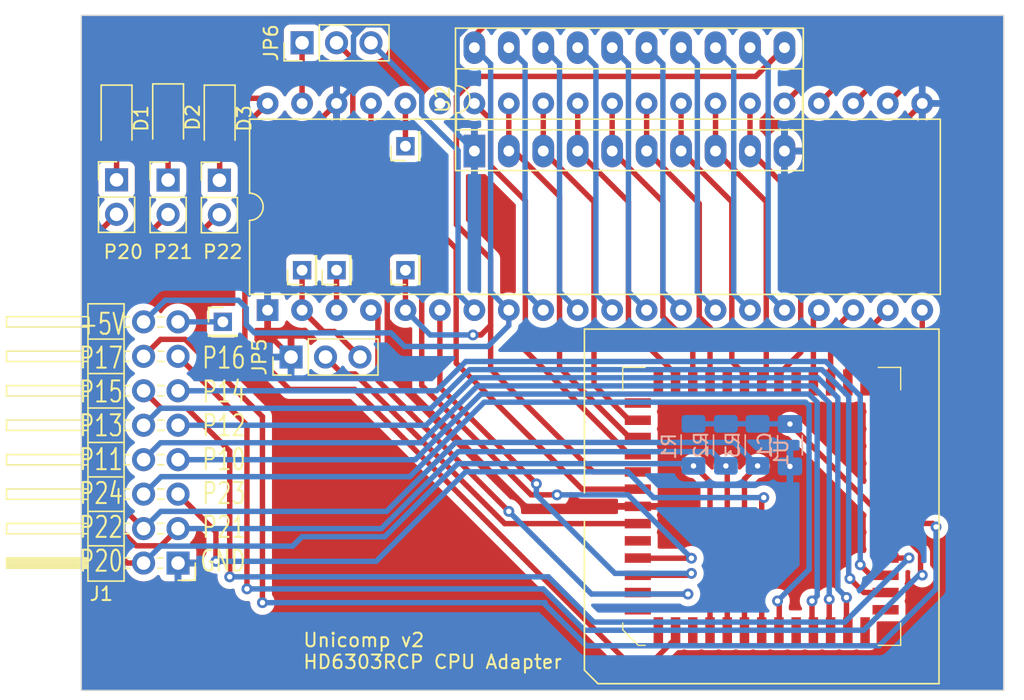
<source format=kicad_pcb>
(kicad_pcb (version 20221018) (generator pcbnew)
  (layers (0 "F.Cu" signal) (31 "B.Cu" signal) (34 "B.Paste" user) (35 "F.Paste" user) (36 "B.SilkS" user "B.Silkscreen") (37 "F.SilkS" user "F.Silkscreen") (38 "B.Mask" user) (39 "F.Mask" user) (44 "Edge.Cuts" user))
  (net 0 "")
  (net 1 "+5V")
  (net 2 "GND")
  (net 3 "/P20")
  (net 4 "/P21")
  (net 5 "/P22")
  (net 6 "/~{NMI}")
  (net 7 "/~{IRQ1}")
  (net 8 "/~{RST}")
  (net 9 "/P23")
  (net 10 "/P24")
  (net 11 "/P10")
  (net 12 "/P11")
  (net 13 "/P12")
  (net 14 "/P13")
  (net 15 "/P14")
  (net 16 "/P15")
  (net 17 "/P16")
  (net 18 "/P17")
  (net 19 "/A15")
  (net 20 "/A14")
  (net 21 "/A13")
  (net 22 "/A12")
  (net 23 "/A11")
  (net 24 "/A10")
  (net 25 "/A9")
  (net 26 "/A8")
  (net 27 "/D7")
  (net 28 "/D6")
  (net 29 "/D5")
  (net 30 "/D4")
  (net 31 "/D3")
  (net 32 "/D2")
  (net 33 "/D1")
  (net 34 "/D0")
  (net 35 "/R{slash}~{W}")
  (net 36 "/AS")
  (net 37 "/A0")
  (net 38 "/A1")
  (net 39 "/A2")
  (net 40 "/A3")
  (net 41 "/A4")
  (net 42 "/A5")
  (net 43 "/A6")
  (net 44 "/A7")
  (net 45 "/PHI2")
  (net 46 "/CPUCLK")
  (net 47 "+5C")
  (net 48 "Net-(J1-Pin_15)")
  (net 49 "Net-(D1-A)")
  (net 50 "Net-(D2-A)")
  (net 51 "Net-(D3-A)")
  (net 52 "Net-(J3-Pin_1)")
  (net 53 "Net-(J4-Pin_1)")
  (net 54 "/~{HALT}")
  (net 55 "Net-(JP5-C)")
  (net 56 "Net-(JP6-C)")
  (net 57 "/BA")
  (footprint "Connector_PinHeader_2.54mm:PinHeader_2x08_P2.54mm_Horizontal" (layer "F.Cu") (at 167.132 71.374 180)
    (fp_text reference "J1")
    (fp_text value "Conn_02x08_Odd_Even" hide)
  )
  (footprint "Connector_PinHeader_2.54mm:PinHeader_1x02_P2.54mm_Vertical" (layer "F.Cu") (at 170.18 43.154)
    (fp_text reference "JP3" hide)
    (fp_text value "Mode")
  )
  (footprint "Connector_PinHeader_2.54mm:PinHeader_1x02_P2.54mm_Vertical" (layer "F.Cu") (at 162.6 43.125)
    (fp_text reference "JP1" hide)
    (fp_text value "Mode")
  )
  (footprint "Connector_PinHeader_2.54mm:PinHeader_1x03_P2.54mm_Vertical" (layer "F.Cu") (at 175.4632 56.1848 90)
    (fp_text reference "JP5")
    (fp_text value "HALT/XTAL")
  )
  (footprint "Connector_PinHeader_2.00mm:PinHeader_1x01_P2.00mm_Vertical" (layer "F.Cu") (at 183.896 40.64 90)
    (fp_text reference "J4" hide)
    (fp_text value ".")
  )
  (footprint "Package_DIP:DIP-40_W15.24mm" (layer "F.Cu") (at 173.736 52.7304 90)
    (fp_text reference "U3" hide)
    (fp_text value "MC6802")
  )
  (footprint "Connector_PinHeader_2.54mm:PinHeader_1x02_P2.54mm_Vertical" (layer "F.Cu") (at 166.4 43.139)
    (fp_text reference "JP2" hide)
    (fp_text value "Mode")
  )
  (footprint "Connector_PinHeader_2.00mm:PinHeader_1x01_P2.00mm_Vertical" (layer "F.Cu") (at 170.434 53.594)
    (fp_text reference "J2" hide)
    (fp_text value ".")
  )
  (footprint "Connector_PinHeader_2.00mm:PinHeader_1x01_P2.00mm_Vertical" (layer "F.Cu") (at 176.276 49.784 90)
    (fp_text reference "J5" hide)
    (fp_text value ".")
  )
  (footprint "Connector_PinHeader_2.00mm:PinHeader_1x01_P2.00mm_Vertical" (layer "F.Cu") (at 183.896 49.784 90)
    (fp_text reference "J6" hide)
    (fp_text value ".")
  )
  (footprint "Diode_SMD:D_1206_3216Metric_Pad1.42x1.75mm_HandSolder" (layer "F.Cu") (at 166.4 38.5125 -90)
    (fp_text reference "D2")
    (fp_text value "1N4148")
  )
  (footprint "Connector_PinHeader_2.54mm:PinHeader_1x03_P2.54mm_Vertical" (layer "F.Cu") (at 176.276 33.02 90)
    (fp_text reference "JP6")
    (fp_text value "BA/EXTAL")
  )
  (footprint "Diode_SMD:D_1206_3216Metric_Pad1.42x1.75mm_HandSolder" (layer "F.Cu") (at 170.2 38.6 -90)
    (fp_text reference "D3")
    (fp_text value "1N4148")
  )
  (footprint "Package_DIP:DIP-20_W7.62mm_Socket_LongPads" (layer "F.Cu") (at 188.976 41 90)
    (fp_text reference "U2")
    (fp_text value "74LS573")
  )
  (footprint "Diode_SMD:D_1206_3216Metric_Pad1.42x1.75mm_HandSolder" (layer "F.Cu") (at 162.6 38.6 -90)
    (fp_text reference "D1")
    (fp_text value "1N4148")
  )
  (footprint "Connector_PinHeader_2.00mm:PinHeader_1x01_P2.00mm_Vertical" (layer "F.Cu") (at 178.816 49.784 90)
    (fp_text reference "J3" hide)
    (fp_text value ".")
  )
  (footprint "Package_LCC:PLCC-52_SMD-Socket" (layer "F.Cu") (at 210.1596 67.1969 90)
    (fp_text reference "U1")
    (fp_text value "HD6303RCP")
  )
  (footprint "Capacitor_SMD:C_1206_3216Metric_Pad1.33x1.80mm_HandSolder" (layer "B.Cu") (at 212.2424 62.6872 -90)
    (fp_text reference "C1")
    (fp_text value "100n")
  )
  (footprint "Resistor_SMD:R_1206_3216Metric_Pad1.30x1.75mm_HandSolder" (layer "B.Cu") (at 209.8548 62.6612 -90)
    (fp_text reference "R3")
    (fp_text value "22k")
  )
  (footprint "Resistor_SMD:R_1206_3216Metric_Pad1.30x1.75mm_HandSolder" (layer "B.Cu") (at 205.1304 62.662 -90)
    (fp_text reference "R1")
    (fp_text value "22k")
  )
  (footprint "Resistor_SMD:R_1206_3216Metric_Pad1.30x1.75mm_HandSolder" (layer "B.Cu") (at 207.518 62.6612 -90)
    (fp_text reference "R2")
    (fp_text value "22k")
  )
  (gr_rect (start 160 31) (end 228 80.762) (stroke (width 0.1)) (fill none) (layer "Edge.Cuts"))
  (gr_text "P16\nP14\nP12\nP10\nP23\nP21\nGND" (at 172.212 72.136) (layer "F.SilkS") (effects (font (size 1.55 1.1)) (justify right bottom)))
  (gr_text "P20 P21 P22" (at 161.544 49.022) (layer "F.SilkS") (effects (font (size 1 1)) (justify left bottom)))
  (gr_text "Unicomp v2\nHD6303RCP CPU Adapter" (at 176.276 79.248) (layer "F.SilkS") (effects (font (size 1 1)) (justify left bottom)))
  (gr_text "+5V\nP17\nP15\nP13\nP11\nP24\nP22\nP20" (at 159.766 72.136) (layer "F.SilkS") (effects (font (size 1.55 1.1)) (justify left bottom)))
  (segment (start 219.2921 67.1969) (end 218.314626 67.1969) (width 0.4) (layer "F.Cu") (net 1))
  (segment (start 226.06 35.052) (end 222.788 31.78) (width 0.4) (layer "F.Cu") (net 1))
  (segment (start 219.2921 67.1969) (end 221.3471 67.1969) (width 0.4) (layer "F.Cu") (net 1))
  (segment (start 188.976 32.512) (end 188.976 33.38) (width 0.4) (layer "F.Cu") (net 1))
  (segment (start 218.314626 67.1969) (end 212.242426 61.1247) (width 0.4) (layer "F.Cu") (net 1))
  (segment (start 221.3471 67.1969) (end 226.06 62.484) (width 0.4) (layer "F.Cu") (net 1))
  (segment (start 222.788 31.78) (end 189.708 31.78) (width 0.4) (layer "F.Cu") (net 1))
  (segment (start 189.708 31.78) (end 188.976 32.512) (width 0.4) (layer "F.Cu") (net 1))
  (segment (start 226.06 62.484) (end 226.06 35.052) (width 0.4) (layer "F.Cu") (net 1))
  (via (at 212.242426 61.1247) (size 0.8) (drill 0.4) (layers "F.Cu" "B.Cu") (net 1))
  (segment (start 172.1612 53.7972) (end 172.7708 54.4068) (width 0.4) (layer "B.Cu") (net 1))
  (segment (start 190.176 34.58) (end 188.976 33.38) (width 0.4) (layer "B.Cu") (net 1))
  (segment (start 189.96857 55.4092) (end 191.516 53.86177) (width 0.4) (layer "B.Cu") (net 1))
  (segment (start 191.516 53.86177) (end 191.516 52.7304) (width 0.4) (layer "B.Cu") (net 1))
  (segment (start 205.1304 61.112) (end 212.229726 61.112) (width 0.4) (layer "B.Cu") (net 1))
  (segment (start 172.7708 54.4068) (end 182.8292 54.4068) (width 0.4) (layer "B.Cu") (net 1))
  (segment (start 172.1612 52.578) (end 172.1612 53.7972) (width 0.4) (layer "B.Cu") (net 1))
  (segment (start 183.8316 55.4092) (end 189.96857 55.4092) (width 0.4) (layer "B.Cu") (net 1))
  (segment (start 171.5832 52) (end 172.1612 52.578) (width 0.4) (layer "B.Cu") (net 1))
  (segment (start 190.176 51.3904) (end 190.176 34.58) (width 0.4) (layer "B.Cu") (net 1))
  (segment (start 212.229726 61.112) (end 212.242426 61.1247) (width 0.4) (layer "B.Cu") (net 1))
  (segment (start 182.8292 54.4068) (end 183.8316 55.4092) (width 0.4) (layer "B.Cu") (net 1))
  (segment (start 164.592 53.594) (end 166.186 52) (width 0.4) (layer "B.Cu") (net 1))
  (segment (start 166.186 52) (end 171.5832 52) (width 0.4) (layer "B.Cu") (net 1))
  (segment (start 190.176 51.3904) (end 191.516 52.7304) (width 0.4) (layer "B.Cu") (net 1))
  (segment (start 175.2092 41.0972) (end 173.9392 42.3672) (width 0.4) (layer "F.Cu") (net 2))
  (segment (start 178.816 37.4904) (end 175.2092 41.0972) (width 0.4) (layer "F.Cu") (net 2))
  (segment (start 202.6019 67.1969) (end 203.6064 66.1924) (width 0.4) (layer "F.Cu") (net 2))
  (segment (start 211.836 41) (end 218.4864 41) (width 0.4) (layer "F.Cu") (net 2))
  (segment (start 192.6729 67.1969) (end 182.556 57.08) (width 0.4) (layer "F.Cu") (net 2))
  (segment (start 210.6291 62.6364) (end 212.2424 64.2497) (width 0.4) (layer "F.Cu") (net 2))
  (segment (start 203.6064 63.246) (end 204.216 62.6364) (width 0.4) (layer "F.Cu") (net 2))
  (segment (start 201.0271 67.1969) (end 202.6019 67.1969) (width 0.4) (layer "F.Cu") (net 2))
  (segment (start 204.216 62.6364) (end 210.6291 62.6364) (width 0.4) (layer "F.Cu") (net 2))
  (segment (start 203.6064 66.1924) (end 203.6064 63.246) (width 0.4) (layer "F.Cu") (net 2))
  (segment (start 182.556 57.08) (end 182.556 48.444) (width 0.4) (layer "F.Cu") (net 2))
  (segment (start 182.556 48.444) (end 175.2092 41.0972) (width 0.4) (layer "F.Cu") (net 2))
  (segment (start 173.736 42.5704) (end 173.736 52.7304) (width 0.4) (layer "F.Cu") (net 2))
  (segment (start 173.9392 42.3672) (end 173.736 42.5704) (width 0.4) (layer "F.Cu") (net 2))
  (segment (start 218.4864 41) (end 221.996 37.4904) (width 0.4) (layer "F.Cu") (net 2))
  (segment (start 173.736 52.7304) (end 173.736 54.4576) (width 0.4) (layer "F.Cu") (net 2))
  (segment (start 201.0271 67.1969) (end 192.6729 67.1969) (width 0.4) (layer "F.Cu") (net 2))
  (segment (start 173.736 54.4576) (end 175.4632 56.1848) (width 0.4) (layer "F.Cu") (net 2))
  (via (at 212.2424 64.2497) (size 0.8) (drill 0.4) (layers "F.Cu" "B.Cu") (net 2))
  (segment (start 217.9828 31.6992) (end 221.996 35.7124) (width 0.4) (layer "B.Cu") (net 2))
  (segment (start 180.066 32.542233) (end 180.066 36.2404) (width 0.4) (layer "B.Cu") (net 2))
  (segment (start 180.066 36.2404) (end 178.816 37.4904) (width 0.4) (layer "B.Cu") (net 2))
  (segment (start 180.909033 31.6992) (end 180.066 32.542233) (width 0.4) (layer "B.Cu") (net 2))
  (segment (start 188.559744 31.6992) (end 217.9828 31.6992) (width 0.4) (layer "B.Cu") (net 2))
  (segment (start 188.976 41) (end 187.706 39.73) (width 0.4) (layer "B.Cu") (net 2))
  (segment (start 188.559744 31.6992) (end 180.909033 31.6992) (width 0.4) (layer "B.Cu") (net 2))
  (segment (start 187.706 39.73) (end 187.706 32.552944) (width 0.4) (layer "B.Cu") (net 2))
  (segment (start 221.996 35.7124) (end 221.996 37.4904) (width 0.4) (layer "B.Cu") (net 2))
  (segment (start 187.706 32.552944) (end 188.559744 31.6992) (width 0.4) (layer "B.Cu") (net 2))
  (segment (start 206.3496 76.3294) (end 206.3496 65.3796) (width 0.4) (layer "F.Cu") (net 3))
  (segment (start 162.6 45.665) (end 161.614 46.651) (width 0.4) (layer "F.Cu") (net 3))
  (segment (start 161.614 46.651) (end 161.614 69.598081) (width 0.4) (layer "F.Cu") (net 3))
  (segment (start 161.614 69.598081) (end 163.389919 71.374) (width 0.4) (layer "F.Cu") (net 3))
  (segment (start 163.389919 71.374) (end 164.592 71.374) (width 0.4) (layer "F.Cu") (net 3))
  (segment (start 206.3496 65.3796) (end 205.182 64.212) (width 0.4) (layer "F.Cu") (net 3))
  (segment (start 205.182 64.212) (end 205.1304 64.212) (width 0.4) (layer "F.Cu") (net 3))
  (via (at 205.1304 64.212) (size 0.8) (drill 0.4) (layers "F.Cu" "B.Cu") (net 3))
  (segment (start 204.9653 64.0469) (end 205.1304 64.212) (width 0.4) (layer "B.Cu") (net 3))
  (segment (start 187.753628 64.0469) (end 204.9653 64.0469) (width 0.4) (layer "B.Cu") (net 3))
  (segment (start 182.366528 69.434) (end 187.753628 64.0469) (width 0.4) (layer "B.Cu") (net 3))
  (segment (start 176.270528 69.434) (end 182.366528 69.434) (width 0.4) (layer "B.Cu") (net 3))
  (segment (start 164.592 71.374) (end 165.842 70.124) (width 0.4) (layer "B.Cu") (net 3))
  (segment (start 165.842 70.124) (end 175.580528 70.124) (width 0.4) (layer "B.Cu") (net 3))
  (segment (start 175.580528 70.124) (end 176.270528 69.434) (width 0.4) (layer "B.Cu") (net 3))
  (segment (start 163.044616 69.094383) (end 164.054233 70.104) (width 0.4) (layer "F.Cu") (net 4))
  (segment (start 164.054233 70.104) (end 165.862 70.104) (width 0.4) (layer "F.Cu") (net 4))
  (segment (start 166.4 45.679) (end 162.214 49.865) (width 0.4) (layer "F.Cu") (net 4))
  (segment (start 207.6196 76.3294) (end 207.6196 64.3128) (width 0.4) (layer "F.Cu") (net 4))
  (segment (start 162.214 67.304528) (end 163.044616 68.135144) (width 0.4) (layer "F.Cu") (net 4))
  (segment (start 163.044616 68.135144) (end 163.044616 69.094383) (width 0.4) (layer "F.Cu") (net 4))
  (segment (start 162.214 49.865) (end 162.214 67.304528) (width 0.4) (layer "F.Cu") (net 4))
  (segment (start 165.862 70.104) (end 167.132 68.834) (width 0.4) (layer "F.Cu") (net 4))
  (segment (start 207.6196 64.3128) (end 207.518 64.2112) (width 0.4) (layer "F.Cu") (net 4))
  (via (at 207.518 64.2112) (size 0.8) (drill 0.4) (layers "F.Cu" "B.Cu") (net 4))
  (segment (start 206.4688 63.162) (end 207.518 64.2112) (width 0.4) (layer "B.Cu") (net 4))
  (segment (start 182.118 68.834) (end 187.79 63.162) (width 0.4) (layer "B.Cu") (net 4))
  (segment (start 167.132 68.834) (end 182.118 68.834) (width 0.4) (layer "B.Cu") (net 4))
  (segment (start 187.79 63.162) (end 206.4688 63.162) (width 0.4) (layer "B.Cu") (net 4))
  (segment (start 162.814 52.986) (end 170.106 45.694) (width 0.4) (layer "F.Cu") (net 5))
  (segment (start 208.8896 65.1764) (end 209.8548 64.2112) (width 0.4) (layer "F.Cu") (net 5))
  (segment (start 162.814 67.056) (end 162.814 52.986) (width 0.4) (layer "F.Cu") (net 5))
  (segment (start 208.8896 76.3294) (end 208.8896 65.1764) (width 0.4) (layer "F.Cu") (net 5))
  (segment (start 164.592 68.834) (end 162.814 67.056) (width 0.4) (layer "F.Cu") (net 5))
  (via (at 209.8548 64.2112) (size 0.8) (drill 0.4) (layers "F.Cu" "B.Cu") (net 5))
  (segment (start 164.592 68.834) (end 165.862 67.564) (width 0.4) (layer "B.Cu") (net 5))
  (segment (start 208.1276 62.484) (end 209.8548 64.2112) (width 0.4) (layer "B.Cu") (net 5))
  (segment (start 182.504584 67.564) (end 187.584584 62.484) (width 0.4) (layer "B.Cu") (net 5))
  (segment (start 165.862 67.564) (end 182.504584 67.564) (width 0.4) (layer "B.Cu") (net 5))
  (segment (start 187.584584 62.484) (end 208.1276 62.484) (width 0.4) (layer "B.Cu") (net 5))
  (segment (start 186.436 52.7304) (end 186.436 58.42) (width 0.4) (layer "F.Cu") (net 6))
  (segment (start 204.8371 72.2769) (end 201.0271 72.2769) (width 0.4) (layer "F.Cu") (net 6))
  (segment (start 186.436 58.42) (end 193.548 65.532) (width 0.4) (layer "F.Cu") (net 6))
  (segment (start 204.978 72.136) (end 204.8371 72.2769) (width 0.4) (layer "F.Cu") (net 6))
  (via (at 193.548 65.532) (size 0.8) (drill 0.4) (layers "F.Cu" "B.Cu") (net 6))
  (via (at 204.978 72.136) (size 0.8) (drill 0.4) (layers "F.Cu" "B.Cu") (net 6))
  (segment (start 199.3392 72.136) (end 193.548 66.3448) (width 0.4) (layer "B.Cu") (net 6))
  (segment (start 193.548 66.3448) (end 193.548 65.532) (width 0.4) (layer "B.Cu") (net 6))
  (segment (start 204.978 72.136) (end 199.3392 72.136) (width 0.4) (layer "B.Cu") (net 6))
  (segment (start 204.724 73.66) (end 201.1402 73.66) (width 0.4) (layer "F.Cu") (net 7))
  (segment (start 181.356 52.7304) (end 181.864 53.2384) (width 0.4) (layer "F.Cu") (net 7))
  (segment (start 201.1402 73.66) (end 201.0271 73.5469) (width 0.4) (layer "F.Cu") (net 7))
  (segment (start 181.864 57.912) (end 191.516 67.564) (width 0.4) (layer "F.Cu") (net 7))
  (segment (start 181.864 53.2384) (end 181.864 57.912) (width 0.4) (layer "F.Cu") (net 7))
  (via (at 191.516 67.564) (size 0.8) (drill 0.4) (layers "F.Cu" "B.Cu") (net 7))
  (via (at 204.724 73.66) (size 0.8) (drill 0.4) (layers "F.Cu" "B.Cu") (net 7))
  (segment (start 204.724 73.66) (end 197.612 73.66) (width 0.4) (layer "B.Cu") (net 7))
  (segment (start 197.612 73.66) (end 191.516 67.564) (width 0.4) (layer "B.Cu") (net 7))
  (segment (start 202.2515 78.5) (end 203.8096 76.9419) (width 0.4) (layer "F.Cu") (net 8))
  (segment (start 172.0596 39.1668) (end 172.0596 55.2812) (width 0.4) (layer "F.Cu") (net 8))
  (segment (start 170.2 37.1125) (end 173.3581 37.1125) (width 0.4) (layer "F.Cu") (net 8))
  (segment (start 175.3508 58.5724) (end 180.151872 58.5724) (width 0.4) (layer "F.Cu") (net 8))
  (segment (start 200.079472 78.5) (end 202.2515 78.5) (width 0.4) (layer "F.Cu") (net 8))
  (segment (start 173.736 37.4904) (end 172.0596 39.1668) (width 0.4) (layer "F.Cu") (net 8))
  (segment (start 162.6 37.1125) (end 170.2 37.1125) (width 0.4) (layer "F.Cu") (net 8))
  (segment (start 203.8096 76.9419) (end 203.8096 76.3294) (width 0.4) (layer "F.Cu") (net 8))
  (segment (start 180.151872 58.5724) (end 200.079472 78.5) (width 0.4) (layer "F.Cu") (net 8))
  (segment (start 172.0596 55.2812) (end 175.3508 58.5724) (width 0.4) (layer "F.Cu") (net 8))
  (segment (start 167.132 66.294) (end 169.926 69.088) (width 0.4) (layer "F.Cu") (net 9))
  (segment (start 210.1596 76.3294) (end 210.1596 66.7004) (width 0.4) (layer "F.Cu") (net 9))
  (segment (start 210.1596 66.7004) (end 210.312 66.548) (width 0.4) (layer "F.Cu") (net 9))
  (segment (start 169.926 69.088) (end 169.926 71.247) (width 0.4) (layer "F.Cu") (net 9))
  (via (at 210.312 66.548) (size 0.8) (drill 0.4) (layers "F.Cu" "B.Cu") (net 9))
  (via (at 169.926 71.247) (size 0.8) (drill 0.4) (layers "F.Cu" "B.Cu") (net 9))
  (segment (start 188.3371 64.6469) (end 186.680695 66.303305) (width 0.4) (layer "B.Cu") (net 9))
  (segment (start 200.2829 64.6469) (end 188.3371 64.6469) (width 0.4) (layer "B.Cu") (net 9))
  (segment (start 210.312 66.548) (end 202.184 66.548) (width 0.4) (layer "B.Cu") (net 9))
  (segment (start 202.184 66.548) (end 200.2829 64.6469) (width 0.4) (layer "B.Cu") (net 9))
  (segment (start 181.737 71.247) (end 186.680695 66.303305) (width 0.4) (layer "B.Cu") (net 9))
  (segment (start 169.926 71.247) (end 181.737 71.247) (width 0.4) (layer "B.Cu") (net 9))
  (segment (start 211.328 74.168) (end 211.455 74.295) (width 0.4) (layer "F.Cu") (net 10))
  (segment (start 211.455 74.295) (end 211.455 76.304) (width 0.4) (layer "F.Cu") (net 10))
  (segment (start 211.455 76.304) (end 211.4296 76.3294) (width 0.4) (layer "F.Cu") (net 10))
  (via (at 211.328 74.168) (size 0.8) (drill 0.4) (layers "F.Cu" "B.Cu") (net 10))
  (segment (start 213.649 59.771056) (end 213.649 71.847) (width 0.4) (layer "B.Cu") (net 10))
  (segment (start 213.392944 59.515) (end 213.649 59.771056) (width 0.4) (layer "B.Cu") (net 10))
  (segment (start 213.649 71.847) (end 211.328 74.168) (width 0.4) (layer "B.Cu") (net 10))
  (segment (start 189.705056 59.515) (end 213.392944 59.515) (width 0.4) (layer "B.Cu") (net 10))
  (segment (start 165.882 65.004) (end 184.216056 65.004) (width 0.4) (layer "B.Cu") (net 10))
  (segment (start 164.592 66.294) (end 165.882 65.004) (width 0.4) (layer "B.Cu") (net 10))
  (segment (start 184.216056 65.004) (end 189.705056 59.515) (width 0.4) (layer "B.Cu") (net 10))
  (segment (start 213.868 76.2278) (end 213.9696 76.3294) (width 0.4) (layer "F.Cu") (net 11))
  (segment (start 213.868 74.168) (end 213.868 76.2278) (width 0.4) (layer "F.Cu") (net 11))
  (via (at 213.868 74.168) (size 0.8) (drill 0.4) (layers "F.Cu" "B.Cu") (net 11))
  (segment (start 213.641472 58.915) (end 214.249 59.522528) (width 0.4) (layer "B.Cu") (net 11))
  (segment (start 214.249 73.787) (end 213.868 74.168) (width 0.4) (layer "B.Cu") (net 11))
  (segment (start 167.132 63.754) (end 184.617528 63.754) (width 0.4) (layer "B.Cu") (net 11))
  (segment (start 189.456528 58.915) (end 213.641472 58.915) (width 0.4) (layer "B.Cu") (net 11))
  (segment (start 184.617528 63.754) (end 189.456528 58.915) (width 0.4) (layer "B.Cu") (net 11))
  (segment (start 214.249 59.522528) (end 214.249 73.787) (width 0.4) (layer "B.Cu") (net 11))
  (segment (start 215.138 74.041) (end 215.138 76.2278) (width 0.4) (layer "F.Cu") (net 12))
  (segment (start 215.138 76.2278) (end 215.2396 76.3294) (width 0.4) (layer "F.Cu") (net 12))
  (via (at 215.138 74.041) (size 0.8) (drill 0.4) (layers "F.Cu" "B.Cu") (net 12))
  (segment (start 164.592 63.754) (end 165.842 62.504) (width 0.4) (layer "B.Cu") (net 12))
  (segment (start 213.89 58.315) (end 215.138 59.563) (width 0.4) (layer "B.Cu") (net 12))
  (segment (start 185.019 62.504) (end 189.208 58.315) (width 0.4) (layer "B.Cu") (net 12))
  (segment (start 215.138 59.563) (end 215.138 74.041) (width 0.4) (layer "B.Cu") (net 12))
  (segment (start 189.208 58.315) (end 213.89 58.315) (width 0.4) (layer "B.Cu") (net 12))
  (segment (start 165.842 62.504) (end 185.019 62.504) (width 0.4) (layer "B.Cu") (net 12))
  (segment (start 216.408 76.2278) (end 216.5096 76.3294) (width 0.4) (layer "F.Cu") (net 13))
  (segment (start 216.408 73.914) (end 216.408 76.2278) (width 0.4) (layer "F.Cu") (net 13))
  (via (at 216.408 73.914) (size 0.8) (drill 0.4) (layers "F.Cu" "B.Cu") (net 13))
  (segment (start 215.773 73.279) (end 216.408 73.914) (width 0.4) (layer "B.Cu") (net 13))
  (segment (start 185.42 61.214) (end 188.919 57.715) (width 0.4) (layer "B.Cu") (net 13))
  (segment (start 214.306 57.715) (end 215.773 59.182) (width 0.4) (layer "B.Cu") (net 13))
  (segment (start 215.773 59.182) (end 215.773 73.279) (width 0.4) (layer "B.Cu") (net 13))
  (segment (start 167.132 61.214) (end 185.42 61.214) (width 0.4) (layer "B.Cu") (net 13))
  (segment (start 188.919 57.715) (end 214.306 57.715) (width 0.4) (layer "B.Cu") (net 13))
  (segment (start 216.662 72.517) (end 217.6919 73.5469) (width 0.4) (layer "F.Cu") (net 14))
  (segment (start 217.6919 73.5469) (end 219.2921 73.5469) (width 0.4) (layer "F.Cu") (net 14))
  (via (at 216.662 72.517) (size 0.8) (drill 0.4) (layers "F.Cu" "B.Cu") (net 14))
  (segment (start 216.574 59.094) (end 216.574 72.429) (width 0.4) (layer "B.Cu") (net 14))
  (segment (start 216.574 72.429) (end 216.662 72.517) (width 0.4) (layer "B.Cu") (net 14))
  (segment (start 165.842 59.964) (end 185.781 59.964) (width 0.4) (layer "B.Cu") (net 14))
  (segment (start 214.595 57.115) (end 216.574 59.094) (width 0.4) (layer "B.Cu") (net 14))
  (segment (start 188.63 57.115) (end 214.595 57.115) (width 0.4) (layer "B.Cu") (net 14))
  (segment (start 164.592 61.214) (end 165.842 59.964) (width 0.4) (layer "B.Cu") (net 14))
  (segment (start 185.781 59.964) (end 188.63 57.115) (width 0.4) (layer "B.Cu") (net 14))
  (segment (start 217.424 71.501) (end 218.1999 72.2769) (width 0.4) (layer "F.Cu") (net 15))
  (segment (start 218.1999 72.2769) (end 219.2921 72.2769) (width 0.4) (layer "F.Cu") (net 15))
  (via (at 217.424 71.501) (size 0.8) (drill 0.4) (layers "F.Cu" "B.Cu") (net 15))
  (segment (start 186.182 58.674) (end 188.341 56.515) (width 0.4) (layer "B.Cu") (net 15))
  (segment (start 188.341 56.515) (end 214.884 56.515) (width 0.4) (layer "B.Cu") (net 15))
  (segment (start 214.884 56.515) (end 217.424 59.055) (width 0.4) (layer "B.Cu") (net 15))
  (segment (start 217.424 59.055) (end 217.424 71.501) (width 0.4) (layer "B.Cu") (net 15))
  (segment (start 167.132 58.674) (end 186.182 58.674) (width 0.4) (layer "B.Cu") (net 15))
  (segment (start 219.2921 71.0069) (end 221.0051 71.0069) (width 0.4) (layer "F.Cu") (net 16))
  (segment (start 164.592 58.674) (end 165.882 59.964) (width 0.4) (layer "F.Cu") (net 16))
  (segment (start 165.882 59.964) (end 167.787 59.964) (width 0.4) (layer "F.Cu") (net 16))
  (segment (start 221.0051 71.0069) (end 221.019 70.993) (width 0.4) (layer "F.Cu") (net 16))
  (segment (start 170.942 63.119) (end 170.942 72.39) (width 0.4) (layer "F.Cu") (net 16))
  (segment (start 167.787 59.964) (end 170.942 63.119) (width 0.4) (layer "F.Cu") (net 16))
  (via (at 170.942 72.39) (size 0.8) (drill 0.4) (layers "F.Cu" "B.Cu") (net 16))
  (via (at 221.019 70.993) (size 0.8) (drill 0.4) (layers "F.Cu" "B.Cu") (net 16))
  (segment (start 170.942 72.39) (end 194.437 72.39) (width 0.4) (layer "B.Cu") (net 16))
  (segment (start 194.437 72.39) (end 197.774 75.727) (width 0.4) (layer "B.Cu") (net 16))
  (segment (start 216.285 75.727) (end 221.019 70.993) (width 0.4) (layer "B.Cu") (net 16))
  (segment (start 197.774 75.727) (end 216.285 75.727) (width 0.4) (layer "B.Cu") (net 16))
  (segment (start 219.2921 69.7369) (end 220.9939 69.7369) (width 0.4) (layer "F.Cu") (net 17))
  (segment (start 172.212 73.279) (end 172.212 61.214) (width 0.4) (layer "F.Cu") (net 17))
  (segment (start 172.212 61.214) (end 167.132 56.134) (width 0.4) (layer "F.Cu") (net 17))
  (segment (start 220.9939 69.7369) (end 221.869 70.612) (width 0.4) (layer "F.Cu") (net 17))
  (segment (start 221.869 70.612) (end 221.869 72.136) (width 0.4) (layer "F.Cu") (net 17))
  (segment (start 221.869 72.136) (end 221.996 72.263) (width 0.4) (layer "F.Cu") (net 17))
  (via (at 172.212 73.279) (size 0.8) (drill 0.4) (layers "F.Cu" "B.Cu") (net 17))
  (via (at 221.996 72.263) (size 0.8) (drill 0.4) (layers "F.Cu" "B.Cu") (net 17))
  (segment (start 194.056 73.279) (end 172.212 73.279) (width 0.4) (layer "B.Cu") (net 17))
  (segment (start 217.678 76.327) (end 197.104 76.327) (width 0.4) (layer "B.Cu") (net 17))
  (segment (start 221.996 72.263) (end 221.742 72.263) (width 0.4) (layer "B.Cu") (net 17))
  (segment (start 197.104 76.327) (end 194.056 73.279) (width 0.4) (layer "B.Cu") (net 17))
  (segment (start 221.742 72.263) (end 217.678 76.327) (width 0.4) (layer "B.Cu") (net 17))
  (segment (start 167.66 54.884) (end 173.355 60.579) (width 0.4) (layer "F.Cu") (net 18))
  (segment (start 223.012 68.707) (end 222.758 68.453) (width 0.4) (layer "F.Cu") (net 18))
  (segment (start 165.842 54.884) (end 167.66 54.884) (width 0.4) (layer "F.Cu") (net 18))
  (segment (start 173.355 60.579) (end 173.355 74.295) (width 0.4) (layer "F.Cu") (net 18))
  (segment (start 164.592 56.134) (end 165.842 54.884) (width 0.4) (layer "F.Cu") (net 18))
  (segment (start 219.306 68.453) (end 219.2921 68.4669) (width 0.4) (layer "F.Cu") (net 18))
  (segment (start 222.758 68.453) (end 219.306 68.453) (width 0.4) (layer "F.Cu") (net 18))
  (via (at 223.012 68.707) (size 0.8) (drill 0.4) (layers "F.Cu" "B.Cu") (net 18))
  (via (at 173.355 74.295) (size 0.8) (drill 0.4) (layers "F.Cu" "B.Cu") (net 18))
  (segment (start 223.012 73.279) (end 223.012 68.707) (width 0.4) (layer "B.Cu") (net 18))
  (segment (start 194.183 74.422) (end 197.231 77.47) (width 0.4) (layer "B.Cu") (net 18))
  (segment (start 173.355 74.295) (end 194.183 74.295) (width 0.4) (layer "B.Cu") (net 18))
  (segment (start 194.183 74.295) (end 194.183 74.422) (width 0.4) (layer "B.Cu") (net 18))
  (segment (start 197.231 77.47) (end 218.821 77.47) (width 0.4) (layer "B.Cu") (net 18))
  (segment (start 218.821 77.47) (end 223.012 73.279) (width 0.4) (layer "B.Cu") (net 18))
  (segment (start 219.2921 65.9269) (end 221.2455 65.9269) (width 0.4) (layer "F.Cu") (net 19))
  (segment (start 215.2396 34.0868) (end 211.836 37.4904) (width 0.4) (layer "F.Cu") (net 19))
  (segment (start 225.3996 35.6108) (end 223.8756 34.0868) (width 0.4) (layer "F.Cu") (net 19))
  (segment (start 221.2455 65.9269) (end 225.3996 61.7728) (width 0.4) (layer "F.Cu") (net 19))
  (segment (start 223.8756 34.0868) (end 215.2396 34.0868) (width 0.4) (layer "F.Cu") (net 19))
  (segment (start 225.3996 61.7728) (end 225.3996 35.6108) (width 0.4) (layer "F.Cu") (net 19))
  (segment (start 221.3471 64.6569) (end 224.72 61.284) (width 0.4) (layer "F.Cu") (net 20))
  (segment (start 219.2921 64.6569) (end 221.3471 64.6569) (width 0.4) (layer "F.Cu") (net 20))
  (segment (start 224.72 61.284) (end 224.72 35.8964) (width 0.4) (layer "F.Cu") (net 20))
  (segment (start 224.72 35.8964) (end 223.52 34.6964) (width 0.4) (layer "F.Cu") (net 20))
  (segment (start 217.17 34.6964) (end 214.376 37.4904) (width 0.4) (layer "F.Cu") (net 20))
  (segment (start 223.52 34.6964) (end 217.17 34.6964) (width 0.4) (layer "F.Cu") (net 20))
  (segment (start 216.916 37.4904) (end 219.0496 35.3568) (width 0.4) (layer "F.Cu") (net 21))
  (segment (start 224.12 36.429072) (end 224.12 60.3092) (width 0.4) (layer "F.Cu") (net 21))
  (segment (start 219.0496 35.3568) (end 223.047728 35.3568) (width 0.4) (layer "F.Cu") (net 21))
  (segment (start 224.12 60.3092) (end 221.0423 63.3869) (width 0.4) (layer "F.Cu") (net 21))
  (segment (start 221.0423 63.3869) (end 219.2921 63.3869) (width 0.4) (layer "F.Cu") (net 21))
  (segment (start 223.047728 35.3568) (end 224.12 36.429072) (width 0.4) (layer "F.Cu") (net 21))
  (segment (start 219.2921 62.1169) (end 220.9915 62.1169) (width 0.4) (layer "F.Cu") (net 22))
  (segment (start 223.52 59.5884) (end 223.52 36.6776) (width 0.4) (layer "F.Cu") (net 22))
  (segment (start 222.7992 35.9568) (end 220.9896 35.9568) (width 0.4) (layer "F.Cu") (net 22))
  (segment (start 223.52 36.6776) (end 222.7992 35.9568) (width 0.4) (layer "F.Cu") (net 22))
  (segment (start 220.9896 35.9568) (end 219.456 37.4904) (width 0.4) (layer "F.Cu") (net 22))
  (segment (start 220.9915 62.1169) (end 223.52 59.5884) (width 0.4) (layer "F.Cu") (net 22))
  (segment (start 221.0423 60.8469) (end 221.996 59.8932) (width 0.4) (layer "F.Cu") (net 23))
  (segment (start 219.2921 60.8469) (end 221.0423 60.8469) (width 0.4) (layer "F.Cu") (net 23))
  (segment (start 221.996 59.8932) (end 221.996 52.7304) (width 0.4) (layer "F.Cu") (net 23))
  (segment (start 216.5096 55.6768) (end 219.456 52.7304) (width 0.4) (layer "F.Cu") (net 24))
  (segment (start 216.5096 58.0644) (end 216.5096 55.6768) (width 0.4) (layer "F.Cu") (net 24))
  (segment (start 215.2396 54.4068) (end 216.916 52.7304) (width 0.4) (layer "F.Cu") (net 25))
  (segment (start 215.2396 58.0644) (end 215.2396 54.4068) (width 0.4) (layer "F.Cu") (net 25))
  (segment (start 213.9696 58.0644) (end 213.9696 53.1368) (width 0.4) (layer "F.Cu") (net 26))
  (segment (start 213.9696 53.1368) (end 214.376 52.7304) (width 0.4) (layer "F.Cu") (net 26))
  (segment (start 211.4296 58.0644) (end 211.4296 57.4519) (width 0.4) (layer "F.Cu") (net 27))
  (segment (start 213.036 55.8455) (end 213.036 44.74) (width 0.4) (layer "F.Cu") (net 27))
  (segment (start 213.036 44.74) (end 209.296 41) (width 0.4) (layer "F.Cu") (net 27))
  (segment (start 209.296 37.4904) (end 209.296 41) (width 0.4) (layer "F.Cu") (net 27))
  (segment (start 211.4296 57.4519) (end 213.036 55.8455) (width 0.4) (layer "F.Cu") (net 27))
  (segment (start 210.496 44.74) (end 206.756 41) (width 0.4) (layer "F.Cu") (net 28))
  (segment (start 206.756 37.4904) (end 206.756 41) (width 0.4) (layer "F.Cu") (net 28))
  (segment (start 210.1596 58.0644) (end 210.496 57.728) (width 0.4) (layer "F.Cu") (net 28))
  (segment (start 210.496 57.728) (end 210.496 44.74) (width 0.4) (layer "F.Cu") (net 28))
  (segment (start 207.956 56.5183) (end 207.956 44.74) (width 0.4) (layer "F.Cu") (net 29))
  (segment (start 204.216 37.4904) (end 204.216 41) (width 0.4) (layer "F.Cu") (net 29))
  (segment (start 208.8896 58.0644) (end 208.8896 57.4519) (width 0.4) (layer "F.Cu") (net 29))
  (segment (start 207.956 44.74) (end 204.216 41) (width 0.4) (layer "F.Cu") (net 29))
  (segment (start 208.8896 57.4519) (end 207.956 56.5183) (width 0.4) (layer "F.Cu") (net 29))
  (segment (start 206.3496 54.021057) (end 205.556 53.227457) (width 0.4) (layer "F.Cu") (net 30))
  (segment (start 201.676 37.4904) (end 201.676 41) (width 0.4) (layer "F.Cu") (net 30))
  (segment (start 205.556 53.227457) (end 205.556 44.88) (width 0.4) (layer "F.Cu") (net 30))
  (segment (start 206.3496 58.0644) (end 206.3496 54.021057) (width 0.4) (layer "F.Cu") (net 30))
  (segment (start 205.556 44.88) (end 201.676 41) (width 0.4) (layer "F.Cu") (net 30))
  (segment (start 205.0796 58.0644) (end 205.0796 55.4228) (width 0.4) (layer "F.Cu") (net 31))
  (segment (start 202.876 44.74) (end 199.136 41) (width 0.4) (layer "F.Cu") (net 31))
  (segment (start 205.0796 55.4228) (end 202.876 53.2192) (width 0.4) (layer "F.Cu") (net 31))
  (segment (start 199.136 37.4904) (end 199.136 41) (width 0.4) (layer "F.Cu") (net 31))
  (segment (start 202.876 53.2192) (end 202.876 44.74) (width 0.4) (layer "F.Cu") (net 31))
  (segment (start 200.336 53.9783) (end 200.336 44.74) (width 0.4) (layer "F.Cu") (net 32))
  (segment (start 203.8096 58.0644) (end 203.8096 57.4519) (width 0.4) (layer "F.Cu") (net 32))
  (segment (start 203.8096 57.4519) (end 200.336 53.9783) (width 0.4) (layer "F.Cu") (net 32))
  (segment (start 196.596 37.4904) (end 196.596 41) (width 0.4) (layer "F.Cu") (net 32))
  (segment (start 200.336 44.74) (end 196.596 41) (width 0.4) (layer "F.Cu") (net 32))
  (segment (start 197.796 58.2283) (end 197.796 44.74) (width 0.4) (layer "F.Cu") (net 33))
  (segment (start 200.4146 60.8469) (end 197.796 58.2283) (width 0.4) (layer "F.Cu") (net 33))
  (segment (start 201.0271 60.8469) (end 200.4146 60.8469) (width 0.4) (layer "F.Cu") (net 33))
  (segment (start 194.056 41) (end 194.056 37.4904) (width 0.4) (layer "F.Cu") (net 33))
  (segment (start 197.796 44.74) (end 194.056 41) (width 0.4) (layer "F.Cu") (net 33))
  (segment (start 195.256 44.34) (end 191.916 41) (width 0.4) (layer "F.Cu") (net 34))
  (segment (start 200.4146 62.1169) (end 195.256 56.9583) (width 0.4) (layer "F.Cu") (net 34))
  (segment (start 191.516 37.4904) (end 191.516 41) (width 0.4) (layer "F.Cu") (net 34))
  (segment (start 195.256 56.9583) (end 195.256 44.34) (width 0.4) (layer "F.Cu") (net 34))
  (segment (start 191.916 41) (end 191.516 41) (width 0.4) (layer "F.Cu") (net 34))
  (segment (start 201.0271 62.1169) (end 200.4146 62.1169) (width 0.4) (layer "F.Cu") (net 34))
  (segment (start 201.0271 63.3869) (end 200.4146 63.3869) (width 0.4) (layer "F.Cu") (net 35))
  (segment (start 200.4146 63.3869) (end 192.7352 55.7075) (width 0.4) (layer "F.Cu") (net 35))
  (segment (start 190.176 42.094) (end 190.176 38.6904) (width 0.4) (layer "F.Cu") (net 35))
  (segment (start 192.7352 44.6532) (end 190.176 42.094) (width 0.4) (layer "F.Cu") (net 35))
  (segment (start 190.176 38.6904) (end 188.976 37.4904) (width 0.4) (layer "F.Cu") (net 35))
  (segment (start 192.7352 55.7075) (end 192.7352 44.6532) (width 0.4) (layer "F.Cu") (net 35))
  (segment (start 189.129343 35.5) (end 187.6552 36.974143) (width 0.4) (layer "F.Cu") (net 36))
  (segment (start 197.7529 64.6569) (end 201.0271 64.6569) (width 0.4) (layer "F.Cu") (net 36))
  (segment (start 187.6552 36.974143) (end 187.6552 46.4312) (width 0.4) (layer "F.Cu") (net 36))
  (segment (start 211.836 33.38) (end 209.716 35.5) (width 0.4) (layer "F.Cu") (net 36))
  (segment (start 183.896 49.784) (end 183.896 52.7304) (width 0.4) (layer "F.Cu") (net 36))
  (segment (start 190.176 48.952) (end 190.176 53.848) (width 0.4) (layer "F.Cu") (net 36))
  (segment (start 187.6552 46.4312) (end 190.176 48.952) (width 0.4) (layer "F.Cu") (net 36))
  (segment (start 188.8744 54.5592) (end 189.4648 54.5592) (width 0.4) (layer "F.Cu") (net 36))
  (segment (start 190.176 53.848) (end 190.176 57.08) (width 0.4) (layer "F.Cu") (net 36))
  (segment (start 190.176 57.08) (end 197.7529 64.6569) (width 0.4) (layer "F.Cu") (net 36))
  (segment (start 209.716 35.5) (end 189.129343 35.5) (width 0.4) (layer "F.Cu") (net 36))
  (segment (start 189.4648 54.5592) (end 190.176 53.848) (width 0.4) (layer "F.Cu") (net 36))
  (via (at 188.8744 54.5592) (size 0.8) (drill 0.4) (layers "F.Cu" "B.Cu") (net 36))
  (segment (start 183.896 52.7304) (end 185.7248 54.5592) (width 0.4) (layer "B.Cu") (net 36))
  (segment (start 185.7248 54.5592) (end 188.8744 54.5592) (width 0.4) (layer "B.Cu") (net 36))
  (segment (start 192.716 51.3904) (end 194.056 52.7304) (width 0.4) (layer "B.Cu") (net 37))
  (segment (start 192.716 51.3904) (end 192.716 34.58) (width 0.4) (layer "B.Cu") (net 37))
  (segment (start 192.716 34.58) (end 191.516 33.38) (width 0.4) (layer "B.Cu") (net 37))
  (segment (start 195.256 34.58) (end 194.056 33.38) (width 0.4) (layer "B.Cu") (net 38))
  (segment (start 195.256 51.3904) (end 196.596 52.7304) (width 0.4) (layer "B.Cu") (net 38))
  (segment (start 195.256 51.3904) (end 195.256 34.58) (width 0.4) (layer "B.Cu") (net 38))
  (segment (start 197.936 51.5304) (end 199.136 52.7304) (width 0.4) (layer "B.Cu") (net 39))
  (segment (start 197.936 51.5304) (end 197.936 34.72) (width 0.4) (layer "B.Cu") (net 39))
  (segment (start 197.936 34.72) (end 196.596 33.38) (width 0.4) (layer "B.Cu") (net 39))
  (segment (start 200.336 34.58) (end 200.336 51.3904) (width 0.4) (layer "B.Cu") (net 40))
  (segment (start 199.136 33.38) (end 200.336 34.58) (width 0.4) (layer "B.Cu") (net 40))
  (segment (start 200.336 51.3904) (end 201.676 52.7304) (width 0.4) (layer "B.Cu") (net 40))
  (segment (start 202.876 51.3904) (end 204.216 52.7304) (width 0.4) (layer "B.Cu") (net 41))
  (segment (start 202.876 51.3904) (end 202.876 34.58) (width 0.4) (layer "B.Cu") (net 41))
  (segment (start 202.876 34.58) (end 201.676 33.38) (width 0.4) (layer "B.Cu") (net 41))
  (segment (start 205.416 51.3904) (end 206.756 52.7304) (width 0.4) (layer "B.Cu") (net 42))
  (segment (start 205.416 34.58) (end 205.416 51.3904) (width 0.4) (layer "B.Cu") (net 42))
  (segment (start 204.216 33.38) (end 205.416 34.58) (width 0.4) (layer "B.Cu") (net 42))
  (segment (start 208.096 34.72) (end 206.756 33.38) (width 0.4) (layer "B.Cu") (net 43))
  (segment (start 208.096 51.5304) (end 209.296 52.7304) (width 0.4) (layer "B.Cu") (net 43))
  (segment (start 208.096 51.5304) (end 208.096 34.72) (width 0.4) (layer "B.Cu") (net 43))
  (segment (start 210.636 34.72) (end 210.636 51.5304) (width 0.4) (layer "B.Cu") (net 44))
  (segment (start 210.636 51.5304) (end 211.836 52.7304) (width 0.4) (layer "B.Cu") (net 44))
  (segment (start 209.296 33.38) (end 210.636 34.72) (width 0.4) (layer "B.Cu") (net 44))
  (segment (start 196.925028 65.9269) (end 187.636 56.637872) (width 0.4) (layer "F.Cu") (net 45))
  (segment (start 201.0271 65.9269) (end 196.925028 65.9269) (width 0.4) (layer "F.Cu") (net 45))
  (segment (start 187.636 48.19) (end 181.356 41.91) (width 0.4) (layer "F.Cu") (net 45))
  (segment (start 187.636 56.637872) (end 187.636 48.19) (width 0.4) (layer "F.Cu") (net 45))
  (segment (start 181.356 41.91) (end 181.356 37.4904) (width 0.4) (layer "F.Cu") (net 45))
  (segment (start 176.276 33.02) (end 176.276 37.4904) (width 0.4) (layer "F.Cu") (net 46))
  (segment (start 167.132 53.594) (end 170.434 53.594) (width 0.4) (layer "B.Cu") (net 48))
  (segment (start 162.6 40.0875) (end 162.6 43.125) (width 0.4) (layer "F.Cu") (net 49))
  (segment (start 166.4 40) (end 166.4 43.139) (width 0.4) (layer "F.Cu") (net 50))
  (segment (start 170.2 40.0875) (end 170.2 43.134) (width 0.4) (layer "F.Cu") (net 51))
  (segment (start 178.816 49.784) (end 178.816 52.7304) (width 0.4) (layer "F.Cu") (net 52))
  (segment (start 183.896 37.4904) (end 183.896 40.64) (width 0.4) (layer "F.Cu") (net 53))
  (segment (start 176.276 52.7304) (end 177.8508 54.3052) (width 0.4) (layer "F.Cu") (net 54))
  (segment (start 177.8508 54.3052) (end 178.6636 54.3052) (width 0.4) (layer "F.Cu") (net 54))
  (segment (start 178.6636 54.3052) (end 180.5432 56.1848) (width 0.4) (layer "F.Cu") (net 54))
  (segment (start 176.276 49.784) (end 176.276 52.7304) (width 0.4) (layer "F.Cu") (net 54))
  (segment (start 178.0032 56.1848) (end 179.2532 57.4348) (width 0.4) (layer "F.Cu") (net 55))
  (segment (start 179.2532 57.4348) (end 180.184718 57.4348) (width 0.4) (layer "F.Cu") (net 55))
  (segment (start 180.184718 57.4348) (end 191.216818 68.4669) (width 0.4) (layer "F.Cu") (net 55))
  (segment (start 191.216818 68.4669) (end 201.0271 68.4669) (width 0.4) (layer "F.Cu") (net 55))
  (segment (start 185.096 47.7836) (end 185.096 58.282082) (width 0.4) (layer "F.Cu") (net 56))
  (segment (start 178.816 33.02) (end 180.016 34.22) (width 0.4) (layer "F.Cu") (net 56))
  (segment (start 180.016 34.22) (end 180.016 42.7036) (width 0.4) (layer "F.Cu") (net 56))
  (segment (start 180.016 42.7036) (end 185.096 47.7836) (width 0.4) (layer "F.Cu") (net 56))
  (segment (start 185.096 58.282082) (end 193.160818 66.3469) (width 0.4) (layer "F.Cu") (net 56))
  (segment (start 201.0386 71.0184) (end 201.0271 71.0069) (width 0.4) (layer "F.Cu") (net 56))
  (segment (start 193.160818 66.3469) (end 195.072 66.3469) (width 0.4) (layer "F.Cu") (net 56))
  (segment (start 204.978 71.0184) (end 201.0386 71.0184) (width 0.4) (layer "F.Cu") (net 56))
  (via (at 204.978 71.0184) (size 0.8) (drill 0.4) (layers "F.Cu" "B.Cu") (net 56))
  (via (at 195.072 66.3469) (size 0.8) (drill 0.4) (layers "F.Cu" "B.Cu") (net 56))
  (segment (start 200.3065 66.3469) (end 195.072 66.3469) (width 0.4) (layer "B.Cu") (net 56))
  (segment (start 204.978 71.0184) (end 200.3065 66.3469) (width 0.4) (layer "B.Cu") (net 56))
  (segment (start 185.096 38.283999) (end 185.096 36.76) (width 0.4) (layer "B.Cu") (net 57))
  (segment (start 188.976 52.7304) (end 187.776 51.5304) (width 0.4) (layer "B.Cu") (net 57))
  (segment (start 187.776 40.963999) (end 185.096 38.283999) (width 0.4) (layer "B.Cu") (net 57))
  (segment (start 185.096 36.76) (end 181.356 33.02) (width 0.4) (layer "B.Cu") (net 57))
  (segment (start 187.776 51.5304) (end 187.776 40.963999) (width 0.4) (layer "B.Cu") (net 57))
  (zone (net 2) (net_name "GND") (layers "F&B.Cu") (connect_pads (clearance 0.5)) (min_thickness 0.25) (fill yes (thermal_gap 0.5) (thermal_bridge_width 0.5))
    (polygon (pts (xy 229.5 30.366) (xy 229 81) (xy 158 81.5) (xy 158 29.866)))
  )
)
</source>
